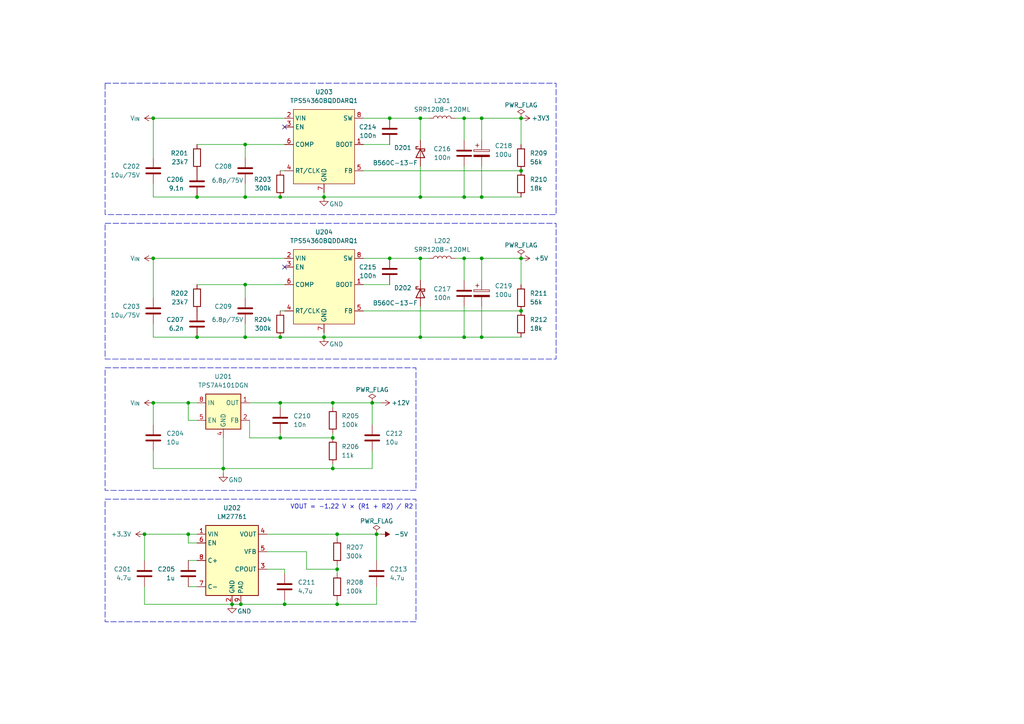
<source format=kicad_sch>
(kicad_sch (version 20250114) (generator "eeschema") (generator_version "9.0")
  (paper "A4")
  (title_block (title "Power supply - low level driver") (date "2024-06-28"))
  (lib_symbols
    (symbol "C_1" (pin_numbers (hide yes)) (pin_names (offset 0.254))
      (property "Reference" "C" (at 0.635 2.54 0))
      (property "Value" "C" (at 0.635 -2.54 0))
      (symbol "C_1_0_1"
        (polyline (pts (xy -2.032 0.762) (xy 2.032 0.762)) (stroke (width 0.508)))
        (polyline (pts (xy -2.032 -0.762) (xy 2.032 -0.762)) (stroke (width 0.508)))
      )
      (symbol "C_1_1_1"
        (pin passive line (at 0 3.81 270) (length 2.794) (name "~") (number "1"))
        (pin passive line (at 0 -3.81 90) (length 2.794) (name "~") (number "2"))
      )
    )
    (symbol "Device:C" (pin_numbers (hide yes)) (pin_names (offset 0.254))
      (property "Reference" "C" (at 0.635 2.54 0))
      (property "Value" "C" (at 0.635 -2.54 0))
      (symbol "C_0_1"
        (polyline (pts (xy -2.032 0.762) (xy 2.032 0.762)) (stroke (width 0.508)))
        (polyline (pts (xy -2.032 -0.762) (xy 2.032 -0.762)) (stroke (width 0.508)))
      )
      (symbol "C_1_1"
        (pin passive line (at 0 3.81 270) (length 2.794) (name "~") (number "1"))
        (pin passive line (at 0 -3.81 90) (length 2.794) (name "~") (number "2"))
      )
    )
    (symbol "Device:C_Polarized" (pin_numbers (hide yes)) (pin_names (offset 0.254))
      (property "Reference" "C" (at 0.635 2.54 0))
      (property "Value" "C_Polarized" (at 0.635 -2.54 0))
      (symbol "C_Polarized_0_1"
        (rectangle (start -2.286 0.508) (end 2.286 1.016))
        (polyline (pts (xy -1.778 2.286) (xy -0.762 2.286)))
        (polyline (pts (xy -1.27 2.794) (xy -1.27 1.778)))
        (rectangle (start 2.286 -0.508) (end -2.286 -1.016) (fill (type outline)))
      )
      (symbol "C_Polarized_1_1"
        (pin passive line (at 0 3.81 270) (length 2.794) (name "~") (number "1"))
        (pin passive line (at 0 -3.81 90) (length 2.794) (name "~") (number "2"))
      )
    )
    (symbol "Device:D_Schottky" (pin_numbers (hide yes)) (pin_names (offset 1.016) (hide yes))
      (property "Reference" "D" (at 0 2.54 0))
      (property "Value" "D_Schottky" (at 0 -2.54 0))
      (symbol "D_Schottky_0_1"
        (polyline (pts (xy -1.905 0.635) (xy -1.905 1.27) (xy -1.27 1.27) (xy -1.27 -1.27) (xy -0.635 -1.27) (xy -0.635 -0.635)) (stroke (width 0.254)))
        (polyline (pts (xy 1.27 1.27) (xy 1.27 -1.27) (xy -1.27 0) (xy 1.27 1.27)) (stroke (width 0.254)))
        (polyline (pts (xy 1.27 0) (xy -1.27 0)))
      )
      (symbol "D_Schottky_1_1"
        (pin passive line (at -3.81 0 0) (length 2.54) (name "K") (number "1"))
        (pin passive line (at 3.81 0 180) (length 2.54) (name "A") (number "2"))
      )
    )
    (symbol "Device:L" (pin_numbers (hide yes)) (pin_names (offset 1.016) (hide yes))
      (property "Reference" "L" (at -1.27 0 90))
      (property "Value" "L" (at 1.905 0 90))
      (symbol "L_0_1"
        (arc (start 0 2.54) (mid 0.6323 1.905) (end 0 1.27))
        (arc (start 0 1.27) (mid 0.6323 0.635) (end 0 0))
        (arc (start 0 0) (mid 0.6323 -0.635) (end 0 -1.27))
        (arc (start 0 -1.27) (mid 0.6323 -1.905) (end 0 -2.54))
      )
      (symbol "L_1_1"
        (pin passive line (at 0 3.81 270) (length 1.27) (name "1") (number "1"))
        (pin passive line (at 0 -3.81 90) (length 1.27) (name "2") (number "2"))
      )
    )
    (symbol "Device:R" (pin_numbers (hide yes)) (pin_names (offset 0))
      (property "Reference" "R" (at 2.032 0 90))
      (property "Value" "R" (at 0 0 90))
      (symbol "R_0_1"
        (rectangle (start -1.016 -2.54) (end 1.016 2.54) (stroke (width 0.254)))
      )
      (symbol "R_1_1"
        (pin passive line (at 0 3.81 270) (length 1.27) (name "~") (number "1"))
        (pin passive line (at 0 -3.81 90) (length 1.27) (name "~") (number "2"))
      )
    )
    (symbol "Power_source:TPS54360B-Q1"
      (property "Reference" "U" (at -8.382 14.224 0))
      (property "Value" "TPS54360BQDDARQ1" (at 0.762 11.938 0))
      (symbol "TPS54360B-Q1_0_0"
        (pin power_in line (at -11.43 7.62 0) (length 2.54) (name "VIN") (number "2"))
        (pin input line (at -11.43 5.08 0) (length 2.54) (name "EN") (number "3"))
        (pin output line (at -11.43 0 0) (length 2.54) (name "COMP") (number "6"))
        (pin input line (at -11.43 -7.62 0) (length 2.54) (name "RT/CLK") (number "4"))
        (pin passive line (at 0 -13.97 90) (length 2.54) (name "GND") (number "7"))
        (pin passive line (at 0 -13.97 90) (length 2.54) (hide yes) (name "Thermal_Pad") (number "9"))
        (pin power_out line (at 11.43 7.62 180) (length 2.54) (name "SW") (number "8"))
        (pin output line (at 11.43 0 180) (length 2.54) (name "BOOT") (number "1"))
        (pin input line (at 11.43 -7.62 180) (length 2.54) (name "FB") (number "5"))
      )
      (symbol "TPS54360B-Q1_0_1"
        (rectangle (start -8.89 10.16) (end 8.89 -11.43) (fill (type background)))
      )
    )
    (symbol "Power_supply:V_{IN}" (power) (pin_numbers (hide yes)) (pin_names (offset 0) (hide yes))
      (property "Value" "V_{IN}" (at 0 3.556 0))
      (symbol "V_{IN}_0_1"
        (polyline (pts (xy -0.762 1.27) (xy 0 2.54)))
        (polyline (pts (xy 0 2.54) (xy 0.762 1.27)))
        (polyline (pts (xy 0 0) (xy 0 2.54)))
      )
      (symbol "V_{IN}_1_1"
        (pin power_in line (at 0 0 90) (length 0) (name "~") (number "1"))
      )
    )
    (symbol "Regulator_Linear:TPS7A4101DGN"
      (property "Reference" "U" (at -5.08 -6.35 0))
      (property "Value" "TPS7A4101DGN" (at 1.27 -6.35 0))
      (symbol "TPS7A4101DGN_0_1"
        (rectangle (start -5.08 5.08) (end 5.08 -5.08) (stroke (width 0.254)) (fill (type background)))
      )
      (symbol "TPS7A4101DGN_1_0"
        (pin power_in line (at -7.62 2.54 0) (length 2.54) (name "IN") (number "8"))
        (pin no_connect line (at -5.08 0 0) (length 2.54) (hide yes) (name "NC") (number "3"))
        (pin no_connect line (at 0 5.08 270) (length 2.54) (hide yes) (name "NC") (number "7"))
        (pin passive line (at 0 -7.62 90) (length 2.54) (hide yes) (name "GND") (number "9"))
        (pin no_connect line (at 5.08 0 180) (length 2.54) (hide yes) (name "NC") (number "6"))
      )
      (symbol "TPS7A4101DGN_1_1"
        (pin input line (at -7.62 -2.54 0) (length 2.54) (name "EN") (number "5"))
        (pin power_in line (at 0 -7.62 90) (length 2.54) (name "GND") (number "4"))
        (pin power_out line (at 7.62 2.54 180) (length 2.54) (name "OUT") (number "1"))
        (pin input line (at 7.62 -2.54 180) (length 2.54) (name "FB") (number "2"))
      )
    )
    (symbol "Regulator_SwitchedCapacitor:LM27761"
      (property "Reference" "U" (at -6.35 11.43 0))
      (property "Value" "LM27761" (at 3.302 11.43 0))
      (symbol "LM27761_0_1"
        (rectangle (start -7.62 10.16) (end 7.62 -10.16) (stroke (width 0.254)) (fill (type background)))
      )
      (symbol "LM27761_1_1"
        (pin power_in line (at -10.16 7.62 0) (length 2.54) (name "VIN") (number "1"))
        (pin input line (at -10.16 5.08 0) (length 2.54) (name "EN") (number "6"))
        (pin passive line (at -10.16 0 0) (length 2.54) (name "C+") (number "8"))
        (pin passive line (at -10.16 -7.62 0) (length 2.54) (name "C-") (number "7"))
        (pin power_in line (at 0 -12.7 90) (length 2.54) (name "GND") (number "2"))
        (pin power_in line (at 2.54 -12.7 90) (length 2.54) (name "PAD") (number "9"))
        (pin power_out line (at 10.16 7.62 180) (length 2.54) (name "VOUT") (number "4"))
        (pin input line (at 10.16 2.54 180) (length 2.54) (name "VFB") (number "5"))
        (pin power_out line (at 10.16 -2.54 180) (length 2.54) (name "CPOUT") (number "3"))
      )
    )
    (symbol "power:+12V" (power) (pin_names (offset 0))
      (property "Value" "+12V" (at 0 3.556 0))
      (symbol "+12V_0_1"
        (polyline (pts (xy -0.762 1.27) (xy 0 2.54)))
        (polyline (pts (xy 0 2.54) (xy 0.762 1.27)))
        (polyline (pts (xy 0 0) (xy 0 2.54)))
      )
      (symbol "+12V_1_1"
        (pin power_in line (at 0 0 90) (length 0) (hide yes) (name "+12V") (number "1"))
      )
    )
    (symbol "power:+3.3V" (power) (pin_numbers (hide yes)) (pin_names (offset 0) (hide yes))
      (property "Value" "+3.3V" (at 0 3.556 0))
      (symbol "+3.3V_0_1"
        (polyline (pts (xy -0.762 1.27) (xy 0 2.54)))
        (polyline (pts (xy 0 2.54) (xy 0.762 1.27)))
        (polyline (pts (xy 0 0) (xy 0 2.54)))
      )
      (symbol "+3.3V_1_1"
        (pin power_in line (at 0 0 90) (length 0) (name "~") (number "1"))
      )
    )
    (symbol "power:+3V3" (power) (pin_names (offset 0))
      (property "Value" "+3V3" (at 0 3.556 0))
      (symbol "+3V3_0_1"
        (polyline (pts (xy -0.762 1.27) (xy 0 2.54)))
        (polyline (pts (xy 0 2.54) (xy 0.762 1.27)))
        (polyline (pts (xy 0 0) (xy 0 2.54)))
      )
      (symbol "+3V3_1_1"
        (pin power_in line (at 0 0 90) (length 0) (hide yes) (name "+3V3") (number "1"))
      )
    )
    (symbol "power:+5V" (power) (pin_numbers (hide yes)) (pin_names (offset 0) (hide yes))
      (property "Value" "+5V" (at 0 3.556 0))
      (symbol "+5V_0_1"
        (polyline (pts (xy -0.762 1.27) (xy 0 2.54)))
        (polyline (pts (xy 0 2.54) (xy 0.762 1.27)))
        (polyline (pts (xy 0 0) (xy 0 2.54)))
      )
      (symbol "+5V_1_1"
        (pin power_in line (at 0 0 90) (length 0) (name "~") (number "1"))
      )
    )
    (symbol "power:-5V" (power) (pin_numbers (hide yes)) (pin_names (offset 0) (hide yes))
      (property "Value" "-5V" (at 0 3.556 0))
      (symbol "-5V_0_0"
        (pin power_in line (at 0 0 90) (length 0) (name "~") (number "1"))
      )
      (symbol "-5V_0_1"
        (polyline (pts (xy 0 0) (xy 0 1.27) (xy 0.762 1.27) (xy 0 2.54) (xy -0.762 1.27) (xy 0 1.27)) (fill (type outline)))
      )
    )
    (symbol "power:GND" (power) (pin_numbers (hide yes)) (pin_names (offset 0) (hide yes))
      (property "Value" "GND" (at 0 -3.81 0))
      (symbol "GND_0_1"
        (polyline (pts (xy 0 0) (xy 0 -1.27) (xy 1.27 -1.27) (xy 0 -2.54) (xy -1.27 -1.27) (xy 0 -1.27)))
      )
      (symbol "GND_1_1"
        (pin power_in line (at 0 0 270) (length 0) (name "~") (number "1"))
      )
    )
    (symbol "power:PWR_FLAG" (power) (pin_numbers (hide yes)) (pin_names (offset 0) (hide yes))
      (property "Value" "PWR_FLAG" (at 0 3.81 0))
      (symbol "PWR_FLAG_0_0"
        (pin power_out line (at 0 0 90) (length 0) (name "pwr") (number "1"))
      )
      (symbol "PWR_FLAG_0_1"
        (polyline (pts (xy 0 0) (xy 0 1.27) (xy -1.016 1.905) (xy 0 2.54) (xy 1.016 1.905) (xy 0 1.27)))
      )
    )
  )
  (rectangle (start 30.48 24.13) (end 161.29 62.23) (stroke (width 0) (type dash)))
  (rectangle (start 30.48 64.77) (end 161.29 104.14) (stroke (width 0) (type dash)))
  (rectangle (start 30.48 106.68) (end 120.65 142.24) (stroke (width 0) (type dash)))
  (rectangle (start 30.48 144.78) (end 120.65 180.34) (stroke (width 0) (type dash)))
  (text "VOUT = -1.22 V × (R1 + R2) / R2" (at 119.888 147.066 0) (effects (font (size 1.27 1.27)) (justify right)))
  (junction (at 69.85 175.26))
  (junction (at 82.55 175.26))
  (junction (at 96.52 135.89))
  (junction (at 57.15 57.15))
  (junction (at 97.79 154.94))
  (junction (at 54.61 116.84))
  (junction (at 139.7 34.29))
  (junction (at 107.95 116.84))
  (junction (at 151.13 49.53))
  (junction (at 121.92 57.15))
  (junction (at 113.03 74.93))
  (junction (at 71.12 41.91))
  (junction (at 54.61 154.94))
  (junction (at 81.28 127))
  (junction (at 96.52 127))
  (junction (at 71.12 82.55))
  (junction (at 134.62 97.79))
  (junction (at 97.79 175.26))
  (junction (at 109.22 154.94))
  (junction (at 81.28 57.15))
  (junction (at 41.91 154.94))
  (junction (at 134.62 34.29))
  (junction (at 151.13 34.29))
  (junction (at 113.03 34.29))
  (junction (at 97.79 165.1))
  (junction (at 139.7 74.93))
  (junction (at 64.77 135.89))
  (junction (at 151.13 90.17))
  (junction (at 134.62 74.93))
  (junction (at 93.98 97.79))
  (junction (at 151.13 74.93))
  (junction (at 139.7 97.79))
  (junction (at 71.12 97.79))
  (junction (at 81.28 97.79))
  (junction (at 134.62 57.15))
  (junction (at 81.28 116.84))
  (junction (at 44.45 116.84))
  (junction (at 139.7 57.15))
  (junction (at 121.92 34.29))
  (junction (at 121.92 74.93))
  (junction (at 67.31 175.26))
  (junction (at 96.52 116.84))
  (junction (at 44.45 34.29))
  (junction (at 44.45 74.93))
  (junction (at 57.15 97.79))
  (junction (at 121.92 97.79))
  (junction (at 93.98 57.15))
  (junction (at 71.12 57.15))
  (no_connect (at 82.55 36.83))
  (no_connect (at 82.55 77.47))
  (wire (pts (xy 134.62 34.29) (xy 139.7 34.29)))
  (wire (pts (xy 57.15 82.55) (xy 71.12 82.55)))
  (wire (pts (xy 139.7 97.79) (xy 151.13 97.79)))
  (wire (pts (xy 41.91 154.94) (xy 41.91 162.56)))
  (wire (pts (xy 97.79 165.1) (xy 97.79 166.37)))
  (wire (pts (xy 54.61 170.18) (xy 57.15 170.18)))
  (wire (pts (xy 151.13 41.91) (xy 151.13 34.29)))
  (wire (pts (xy 139.7 74.93) (xy 151.13 74.93)))
  (wire (pts (xy 64.77 135.89) (xy 64.77 127)))
  (wire (pts (xy 54.61 116.84) (xy 57.15 116.84)))
  (wire (pts (xy 57.15 97.79) (xy 71.12 97.79)))
  (wire (pts (xy 72.39 127) (xy 81.28 127)))
  (wire (pts (xy 44.45 93.98) (xy 44.45 97.79)))
  (wire (pts (xy 64.77 135.89) (xy 96.52 135.89)))
  (wire (pts (xy 54.61 121.92) (xy 54.61 116.84)))
  (wire (pts (xy 151.13 82.55) (xy 151.13 74.93)))
  (wire (pts (xy 113.03 34.29) (xy 121.92 34.29)))
  (wire (pts (xy 107.95 130.81) (xy 107.95 135.89)))
  (wire (pts (xy 132.08 74.93) (xy 134.62 74.93)))
  (wire (pts (xy 109.22 154.94) (xy 110.49 154.94)))
  (wire (pts (xy 134.62 74.93) (xy 139.7 74.93)))
  (wire (pts (xy 44.45 53.34) (xy 44.45 57.15)))
  (wire (pts (xy 71.12 41.91) (xy 82.55 41.91)))
  (wire (pts (xy 44.45 116.84) (xy 54.61 116.84)))
  (wire (pts (xy 109.22 154.94) (xy 109.22 162.56)))
  (wire (pts (xy 93.98 57.15) (xy 93.98 55.88)))
  (wire (pts (xy 88.9 160.02) (xy 88.9 165.1)))
  (wire (pts (xy 105.41 34.29) (xy 113.03 34.29)))
  (wire (pts (xy 82.55 165.1) (xy 82.55 166.37)))
  (wire (pts (xy 41.91 175.26) (xy 67.31 175.26)))
  (wire (pts (xy 139.7 74.93) (xy 139.7 81.28)))
  (wire (pts (xy 41.91 170.18) (xy 41.91 175.26)))
  (wire (pts (xy 44.45 116.84) (xy 44.45 123.19)))
  (wire (pts (xy 105.41 82.55) (xy 113.03 82.55)))
  (wire (pts (xy 81.28 116.84) (xy 96.52 116.84)))
  (wire (pts (xy 121.92 48.26) (xy 121.92 57.15)))
  (wire (pts (xy 139.7 34.29) (xy 139.7 40.64)))
  (wire (pts (xy 81.28 116.84) (xy 81.28 118.11)))
  (wire (pts (xy 44.45 34.29) (xy 44.45 45.72)))
  (wire (pts (xy 96.52 125.73) (xy 96.52 127)))
  (wire (pts (xy 107.95 116.84) (xy 96.52 116.84)))
  (wire (pts (xy 93.98 57.15) (xy 121.92 57.15)))
  (wire (pts (xy 71.12 41.91) (xy 71.12 45.72)))
  (wire (pts (xy 105.41 41.91) (xy 113.03 41.91)))
  (wire (pts (xy 44.45 74.93) (xy 82.55 74.93)))
  (wire (pts (xy 97.79 163.83) (xy 97.79 165.1)))
  (wire (pts (xy 54.61 162.56) (xy 57.15 162.56)))
  (wire (pts (xy 105.41 90.17) (xy 151.13 90.17)))
  (wire (pts (xy 121.92 88.9) (xy 121.92 97.79)))
  (wire (pts (xy 107.95 135.89) (xy 96.52 135.89)))
  (wire (pts (xy 57.15 41.91) (xy 71.12 41.91)))
  (wire (pts (xy 139.7 57.15) (xy 151.13 57.15)))
  (wire (pts (xy 134.62 34.29) (xy 134.62 40.64)))
  (wire (pts (xy 77.47 154.94) (xy 97.79 154.94)))
  (wire (pts (xy 88.9 165.1) (xy 97.79 165.1)))
  (wire (pts (xy 93.98 97.79) (xy 121.92 97.79)))
  (wire (pts (xy 121.92 97.79) (xy 134.62 97.79)))
  (wire (pts (xy 97.79 173.99) (xy 97.79 175.26)))
  (wire (pts (xy 107.95 123.19) (xy 107.95 116.84)))
  (wire (pts (xy 97.79 154.94) (xy 109.22 154.94)))
  (wire (pts (xy 109.22 170.18) (xy 109.22 175.26)))
  (wire (pts (xy 113.03 74.93) (xy 121.92 74.93)))
  (wire (pts (xy 134.62 88.9) (xy 134.62 97.79)))
  (wire (pts (xy 71.12 97.79) (xy 81.28 97.79)))
  (wire (pts (xy 97.79 154.94) (xy 97.79 156.21)))
  (wire (pts (xy 44.45 135.89) (xy 64.77 135.89)))
  (wire (pts (xy 107.95 116.84) (xy 110.49 116.84)))
  (wire (pts (xy 81.28 90.17) (xy 82.55 90.17)))
  (wire (pts (xy 139.7 34.29) (xy 151.13 34.29)))
  (wire (pts (xy 96.52 134.62) (xy 96.52 135.89)))
  (wire (pts (xy 41.91 154.94) (xy 54.61 154.94)))
  (wire (pts (xy 81.28 127) (xy 96.52 127)))
  (wire (pts (xy 57.15 121.92) (xy 54.61 121.92)))
  (wire (pts (xy 71.12 53.34) (xy 71.12 57.15)))
  (wire (pts (xy 139.7 57.15) (xy 134.62 57.15)))
  (wire (pts (xy 134.62 74.93) (xy 134.62 81.28)))
  (wire (pts (xy 71.12 82.55) (xy 82.55 82.55)))
  (wire (pts (xy 124.46 34.29) (xy 121.92 34.29)))
  (wire (pts (xy 64.77 137.16) (xy 64.77 135.89)))
  (wire (pts (xy 105.41 49.53) (xy 151.13 49.53)))
  (wire (pts (xy 121.92 81.28) (xy 121.92 74.93)))
  (wire (pts (xy 124.46 74.93) (xy 121.92 74.93)))
  (wire (pts (xy 81.28 125.73) (xy 81.28 127)))
  (wire (pts (xy 139.7 48.26) (xy 139.7 57.15)))
  (wire (pts (xy 57.15 57.15) (xy 71.12 57.15)))
  (wire (pts (xy 139.7 97.79) (xy 134.62 97.79)))
  (wire (pts (xy 121.92 40.64) (xy 121.92 34.29)))
  (wire (pts (xy 132.08 34.29) (xy 134.62 34.29)))
  (wire (pts (xy 72.39 116.84) (xy 81.28 116.84)))
  (wire (pts (xy 72.39 121.92) (xy 72.39 127)))
  (wire (pts (xy 57.15 157.48) (xy 54.61 157.48)))
  (wire (pts (xy 96.52 118.11) (xy 96.52 116.84)))
  (wire (pts (xy 105.41 74.93) (xy 113.03 74.93)))
  (wire (pts (xy 44.45 130.81) (xy 44.45 135.89)))
  (wire (pts (xy 93.98 97.79) (xy 93.98 96.52)))
  (wire (pts (xy 121.92 57.15) (xy 134.62 57.15)))
  (wire (pts (xy 97.79 175.26) (xy 82.55 175.26)))
  (wire (pts (xy 44.45 97.79) (xy 57.15 97.79)))
  (wire (pts (xy 69.85 175.26) (xy 82.55 175.26)))
  (wire (pts (xy 77.47 165.1) (xy 82.55 165.1)))
  (wire (pts (xy 81.28 49.53) (xy 82.55 49.53)))
  (wire (pts (xy 81.28 97.79) (xy 93.98 97.79)))
  (wire (pts (xy 109.22 175.26) (xy 97.79 175.26)))
  (wire (pts (xy 44.45 34.29) (xy 82.55 34.29)))
  (wire (pts (xy 82.55 173.99) (xy 82.55 175.26)))
  (wire (pts (xy 71.12 82.55) (xy 71.12 86.36)))
  (wire (pts (xy 54.61 154.94) (xy 57.15 154.94)))
  (wire (pts (xy 54.61 157.48) (xy 54.61 154.94)))
  (wire (pts (xy 77.47 160.02) (xy 88.9 160.02)))
  (wire (pts (xy 134.62 48.26) (xy 134.62 57.15)))
  (wire (pts (xy 71.12 57.15) (xy 81.28 57.15)))
  (wire (pts (xy 67.31 175.26) (xy 69.85 175.26)))
  (wire (pts (xy 44.45 74.93) (xy 44.45 86.36)))
  (wire (pts (xy 44.45 57.15) (xy 57.15 57.15)))
  (wire (pts (xy 139.7 88.9) (xy 139.7 97.79)))
  (wire (pts (xy 71.12 93.98) (xy 71.12 97.79)))
  (wire (pts (xy 81.28 57.15) (xy 93.98 57.15)))
  (symbol (lib_id "Device:C") (at 81.28 121.92 0) (unit 1)
    (property "Reference" "C210" (at 85.09 120.6499 0) (effects (justify left)))
    (property "Value" "10n" (at 85.09 123.1899 0) (effects (justify left)))
  )
  (symbol (lib_id "power:+3V3") (at 151.13 34.29 270) (mirror x) (unit 1)
    (property "Reference" "#PWR0211" (effects (hide yes)))
    (property "Value" "+3V3" (at 156.845 34.29 90))
  )
  (symbol (lib_id "Power_supply:V_{IN}") (at 44.45 34.29 90) (unit 1)
    (property "Reference" "#PWR0202" (effects (hide yes)))
    (property "Value" "V_{IN}" (at 40.64 34.2899 90) (effects (justify left)))
    (property "Description" "Power symbol creates a global label with name {dblquote}V_{IN}{dblquote}" (effects (hide yes)))
  )
  (symbol (lib_id "Device:R") (at 81.28 93.98 0) (mirror y) (unit 1)
    (property "Reference" "R204" (at 78.74 92.7099 0) (effects (justify left)))
    (property "Value" "300k" (at 78.74 95.2499 0) (effects (justify left)))
  )
  (symbol (lib_id "Device:C") (at 54.61 166.37 0) (mirror y) (unit 1)
    (property "Reference" "C205" (at 50.8 165.0999 0) (effects (justify left)))
    (property "Value" "1u" (at 50.8 167.6399 0) (effects (justify left)))
  )
  (symbol (lib_id "Device:C") (at 44.45 49.53 0) (mirror y) (unit 1)
    (property "Reference" "C202" (at 40.64 48.2599 0) (effects (justify left)))
    (property "Value" "10u/75V" (at 40.64 50.7999 0) (effects (justify left)))
  )
  (symbol (lib_id "Device:C") (at 41.91 166.37 0) (mirror y) (unit 1)
    (property "Reference" "C201" (at 38.1 165.0999 0) (effects (justify left)))
    (property "Value" "4.7u" (at 38.1 167.6399 0) (effects (justify left)))
  )
  (symbol (lib_id "Power_source:TPS54360B-Q1") (at 93.98 41.91 0) (unit 1)
    (property "Reference" "U203" (at 93.98 26.67 0))
    (property "Value" "TPS54360BQDDARQ1" (at 93.98 29.21 0))
    (property "Footprint" "Package_SO:Texas_R-PDSO-G8_EP2.95x4.9mm_Mask2.4x3.1mm_ThermalVias" (effects (hide yes)))
    (property "Datasheet" "https://www.ti.com/lit/ds/symlink/tps54360b-q1.pdf?ts=1719760487266&ref_url=https%253A%252F%252Fcz.mouser.com%252F" (effects (hide yes)))
  )
  (symbol (lib_id "Regulator_Linear:TPS7A4101DGN") (at 64.77 119.38 0) (unit 1)
    (property "Reference" "U201" (at 64.77 109.22 0))
    (property "Value" "TPS7A4101DGN" (at 64.77 111.76 0))
    (property "Footprint" "Package_SO:Texas_DGN0008B_VSSOP-8-1EP_3x3mm_P0.65mm_EP2x3mm_Mask1.88x1.98mm_ThermalVias" (effects (hide yes)))
    (property "Datasheet" "https://www.ti.com/lit/ds/symlink/tps7a4101.pdf" (effects (hide yes)))
    (property "Description" "High voltage low-dropout linear regulator, 7V to 50 VIn, 1.175V to 48V output, 50mA, MSOP-8-EP" (effects (hide yes)))
  )
  (symbol (lib_id "power:PWR_FLAG") (at 107.95 116.84 0) (unit 1)
    (property "Reference" "#FLG0201" (effects (hide yes)))
    (property "Value" "PWR_FLAG" (at 107.95 113.03 0))
  )
  (symbol (lib_id "power:GND") (at 93.98 57.15 0) (unit 1)
    (property "Reference" "#PWR0207" (effects (hide yes)))
    (property "Value" "GND" (at 97.536 59.182 0))
    (property "Description" "Power symbol creates a global label with name \"GND\" , ground" (effects (hide yes)))
  )
  (symbol (lib_id "Device:R") (at 151.13 86.36 0) (unit 1)
    (property "Reference" "R211" (at 153.67 85.0899 0) (effects (justify left)))
    (property "Value" "56k" (at 153.67 87.6299 0) (effects (justify left)))
  )
  (symbol (lib_id "Power_supply:V_{IN}") (at 44.45 74.93 90) (unit 1)
    (property "Reference" "#PWR0203" (effects (hide yes)))
    (property "Value" "V_{IN}" (at 40.64 74.9299 90) (effects (justify left)))
    (property "Description" "Power symbol creates a global label with name {dblquote}V_{IN}{dblquote}" (effects (hide yes)))
  )
  (symbol (lib_name "C_1") (lib_id "Device:C") (at 71.12 90.17 0) (mirror y) (unit 1)
    (property "Reference" "C209" (at 67.31 88.8999 0) (effects (justify left)))
    (property "Value" "6.8p/75V" (at 70.612 92.71 0) (effects (justify left)))
  )
  (symbol (lib_name "C_1") (lib_id "Device:C") (at 57.15 53.34 0) (mirror y) (unit 1)
    (property "Reference" "C206" (at 53.34 52.0699 0) (effects (justify left)))
    (property "Value" "9.1n" (at 53.34 54.6099 0) (effects (justify left)))
  )
  (symbol (lib_id "Device:R") (at 97.79 160.02 0) (unit 1)
    (property "Reference" "R207" (at 100.33 158.7499 0) (effects (justify left)))
    (property "Value" "300k" (at 100.33 161.2899 0) (effects (justify left)))
  )
  (symbol (lib_id "Device:R") (at 151.13 45.72 0) (unit 1)
    (property "Reference" "R209" (at 153.67 44.4499 0) (effects (justify left)))
    (property "Value" "56k" (at 153.67 46.9899 0) (effects (justify left)))
  )
  (symbol (lib_id "Device:C") (at 109.22 166.37 0) (unit 1)
    (property "Reference" "C213" (at 113.03 165.0999 0) (effects (justify left)))
    (property "Value" "4.7u" (at 113.03 167.6399 0) (effects (justify left)))
  )
  (symbol (lib_id "Device:R") (at 151.13 93.98 0) (unit 1)
    (property "Reference" "R212" (at 153.67 92.7099 0) (effects (justify left)))
    (property "Value" "18k" (at 153.67 95.2499 0) (effects (justify left)))
  )
  (symbol (lib_name "C_1") (lib_id "Device:C") (at 71.12 49.53 0) (mirror y) (unit 1)
    (property "Reference" "C208" (at 67.31 48.2599 0) (effects (justify left)))
    (property "Value" "6.8p/75V" (at 70.612 52.324 0) (effects (justify left)))
  )
  (symbol (lib_id "Device:D_Schottky") (at 121.92 44.45 90) (mirror x) (unit 1)
    (property "Reference" "D201" (at 119.38 42.8624 90) (effects (justify left)))
    (property "Value" "B560C-13-F" (at 121.158 47.244 90) (effects (justify left)))
    (property "Description" "Schottky diode" (effects (hide yes)))
  )
  (symbol (lib_id "Device:R") (at 81.28 53.34 0) (mirror y) (unit 1)
    (property "Reference" "R203" (at 78.74 52.0699 0) (effects (justify left)))
    (property "Value" "300k" (at 78.74 54.6099 0) (effects (justify left)))
  )
  (symbol (lib_id "Device:R") (at 97.79 170.18 0) (unit 1)
    (property "Reference" "R208" (at 100.33 168.9099 0) (effects (justify left)))
    (property "Value" "100k" (at 100.33 171.4499 0) (effects (justify left)))
  )
  (symbol (lib_name "C_1") (lib_id "Device:C") (at 134.62 85.09 0) (mirror y) (unit 1)
    (property "Reference" "C217" (at 130.81 83.8199 0) (effects (justify left)))
    (property "Value" "100n" (at 130.81 86.3599 0) (effects (justify left)))
  )
  (symbol (lib_id "Device:D_Schottky") (at 121.92 85.09 90) (mirror x) (unit 1)
    (property "Reference" "D202" (at 119.38 83.5024 90) (effects (justify left)))
    (property "Value" "B560C-13-F" (at 121.158 87.884 90) (effects (justify left)))
    (property "Description" "Schottky diode" (effects (hide yes)))
  )
  (symbol (lib_id "Device:R") (at 96.52 130.81 0) (unit 1)
    (property "Reference" "R206" (at 99.06 129.5399 0) (effects (justify left)))
    (property "Value" "11k" (at 99.06 132.0799 0) (effects (justify left)))
  )
  (symbol (lib_id "Power_source:TPS54360B-Q1") (at 93.98 82.55 0) (unit 1)
    (property "Reference" "U204" (at 93.98 67.31 0))
    (property "Value" "TPS54360BQDDARQ1" (at 93.98 69.85 0))
    (property "Footprint" "Package_SO:Texas_R-PDSO-G8_EP2.95x4.9mm_Mask2.4x3.1mm_ThermalVias" (effects (hide yes)))
    (property "Datasheet" "https://www.ti.com/lit/ds/symlink/tps54360b-q1.pdf?ts=1719760487266&ref_url=https%253A%252F%252Fcz.mouser.com%252F" (effects (hide yes)))
  )
  (symbol (lib_id "power:PWR_FLAG") (at 151.13 74.93 0) (unit 1)
    (property "Reference" "#FLG0204" (effects (hide yes)))
    (property "Value" "PWR_FLAG" (at 151.13 71.12 0))
  )
  (symbol (lib_name "C_1") (lib_id "Device:C") (at 134.62 44.45 0) (mirror y) (unit 1)
    (property "Reference" "C216" (at 130.81 43.1799 0) (effects (justify left)))
    (property "Value" "100n" (at 130.81 45.7199 0) (effects (justify left)))
  )
  (symbol (lib_id "Regulator_SwitchedCapacitor:LM27761") (at 67.31 162.56 0) (unit 1)
    (property "Reference" "U202" (at 67.31 147.32 0))
    (property "Value" "LM27761" (at 67.31 149.86 0))
    (property "Footprint" "Package_SON:WSON-8-1EP_2x2mm_P0.5mm_EP0.9x1.6mm" (effects (hide yes)))
    (property "Datasheet" "http://www.ti.com/lit/ds/symlink/lm27761.pdf" (effects (hide yes)))
    (property "Description" "low-noise regulated switched-capacitor voltage inverter with 2.7V-5.5V input to -1.5 to -5V Output Voltage, WSON-8" (effects (hide yes)))
  )
  (symbol (lib_id "power:GND") (at 64.77 137.16 0) (unit 1)
    (property "Reference" "#PWR0205" (effects (hide yes)))
    (property "Value" "GND" (at 68.326 139.192 0))
    (property "Description" "Power symbol creates a global label with name \"GND\" , ground" (effects (hide yes)))
  )
  (symbol (lib_name "C_1") (lib_id "Device:C") (at 82.55 170.18 0) (unit 1)
    (property "Reference" "C211" (at 86.36 168.9099 0) (effects (justify left)))
    (property "Value" "4.7u" (at 86.36 171.4499 0) (effects (justify left)))
  )
  (symbol (lib_id "power:PWR_FLAG") (at 151.13 34.29 0) (unit 1)
    (property "Reference" "#FLG0203" (effects (hide yes)))
    (property "Value" "PWR_FLAG" (at 151.13 30.48 0))
  )
  (symbol (lib_id "Device:R") (at 151.13 53.34 0) (unit 1)
    (property "Reference" "R210" (at 153.67 52.0699 0) (effects (justify left)))
    (property "Value" "18k" (at 153.67 54.6099 0) (effects (justify left)))
  )
  (symbol (lib_id "Device:C") (at 44.45 90.17 0) (mirror y) (unit 1)
    (property "Reference" "C203" (at 40.64 88.8999 0) (effects (justify left)))
    (property "Value" "10u/75V" (at 40.64 91.4399 0) (effects (justify left)))
  )
  (symbol (lib_id "Device:L") (at 128.27 74.93 270) (mirror x) (unit 1)
    (property "Reference" "L202" (at 128.27 69.85 90))
    (property "Value" "SRR1208-120ML" (at 128.27 72.39 90))
    (property "Description" "Inductor" (effects (hide yes)))
  )
  (symbol (lib_id "power:+3.3V") (at 41.91 154.94 90) (unit 1)
    (property "Reference" "#PWR0201" (effects (hide yes)))
    (property "Value" "+3.3V" (at 38.1 154.9399 90) (effects (justify left)))
    (property "Description" "Power symbol creates a global label with name \"+3.3V\"" (effects (hide yes)))
  )
  (symbol (lib_id "Device:R") (at 96.52 121.92 0) (unit 1)
    (property "Reference" "R205" (at 99.06 120.6499 0) (effects (justify left)))
    (property "Value" "100k" (at 99.06 123.1899 0) (effects (justify left)))
  )
  (symbol (lib_id "power:+12V") (at 110.49 116.84 270) (unit 1)
    (property "Reference" "#PWR0209" (effects (hide yes)))
    (property "Value" "+12V" (at 116.205 116.84 90))
  )
  (symbol (lib_id "Device:L") (at 128.27 34.29 270) (mirror x) (unit 1)
    (property "Reference" "L201" (at 128.27 29.21 90))
    (property "Value" "SRR1208-120ML" (at 128.27 31.75 90))
    (property "Description" "Inductor" (effects (hide yes)))
  )
  (symbol (lib_id "power:-5V") (at 110.49 154.94 270) (unit 1)
    (property "Reference" "#PWR0210" (effects (hide yes)))
    (property "Value" "-5V" (at 114.3 154.9399 90) (effects (justify left)))
    (property "Description" "Power symbol creates a global label with name \"-5V\"" (effects (hide yes)))
  )
  (symbol (lib_id "Device:R") (at 57.15 86.36 0) (mirror y) (unit 1)
    (property "Reference" "R202" (at 54.61 85.0899 0) (effects (justify left)))
    (property "Value" "23k7" (at 54.61 87.6299 0) (effects (justify left)))
  )
  (symbol (lib_id "Device:C_Polarized") (at 139.7 85.09 0) (unit 1)
    (property "Reference" "C219" (at 143.51 82.9309 0) (effects (justify left)))
    (property "Value" "100u" (at 143.51 85.4709 0) (effects (justify left)))
    (property "Description" "Polarized capacitor" (effects (hide yes)))
  )
  (symbol (lib_name "C_1") (lib_id "Device:C") (at 57.15 93.98 0) (mirror y) (unit 1)
    (property "Reference" "C207" (at 53.34 92.7099 0) (effects (justify left)))
    (property "Value" "6.2n" (at 53.34 95.2499 0) (effects (justify left)))
  )
  (symbol (lib_id "Device:C_Polarized") (at 139.7 44.45 0) (unit 1)
    (property "Reference" "C218" (at 143.51 42.2909 0) (effects (justify left)))
    (property "Value" "100u" (at 143.51 44.8309 0) (effects (justify left)))
    (property "Description" "Polarized capacitor" (effects (hide yes)))
  )
  (symbol (lib_id "Power_supply:V_{IN}") (at 44.45 116.84 90) (unit 1)
    (property "Reference" "#PWR0204" (effects (hide yes)))
    (property "Value" "V_{IN}" (at 40.64 116.8399 90) (effects (justify left)))
    (property "Description" "Power symbol creates a global label with name {dblquote}V_{IN}{dblquote}" (effects (hide yes)))
  )
  (symbol (lib_name "C_1") (lib_id "Device:C") (at 113.03 38.1 0) (mirror y) (unit 1)
    (property "Reference" "C214" (at 109.22 36.8299 0) (effects (justify left)))
    (property "Value" "100n" (at 109.22 39.3699 0) (effects (justify left)))
  )
  (symbol (lib_id "power:GND") (at 93.98 97.79 0) (unit 1)
    (property "Reference" "#PWR0208" (effects (hide yes)))
    (property "Value" "GND" (at 97.536 99.822 0))
    (property "Description" "Power symbol creates a global label with name \"GND\" , ground" (effects (hide yes)))
  )
  (symbol (lib_id "power:+5V") (at 151.13 74.93 270) (unit 1)
    (property "Reference" "#PWR0212" (effects (hide yes)))
    (property "Value" "+5V" (at 154.94 74.9299 90) (effects (justify left)))
    (property "Description" "Power symbol creates a global label with name \"+5V\"" (effects (hide yes)))
  )
  (symbol (lib_id "power:GND") (at 67.31 175.26 0) (unit 1)
    (property "Reference" "#PWR0206" (effects (hide yes)))
    (property "Value" "GND" (at 70.866 177.292 0))
    (property "Description" "Power symbol creates a global label with name \"GND\" , ground" (effects (hide yes)))
  )
  (symbol (lib_id "Device:C") (at 107.95 127 0) (unit 1)
    (property "Reference" "C212" (at 111.76 125.7299 0) (effects (justify left)))
    (property "Value" "10u" (at 111.76 128.2699 0) (effects (justify left)))
  )
  (symbol (lib_id "Device:C") (at 44.45 127 0) (unit 1)
    (property "Reference" "C204" (at 48.26 125.7299 0) (effects (justify left)))
    (property "Value" "10u" (at 48.26 128.2699 0) (effects (justify left)))
  )
  (symbol (lib_id "Device:R") (at 57.15 45.72 0) (mirror y) (unit 1)
    (property "Reference" "R201" (at 54.61 44.4499 0) (effects (justify left)))
    (property "Value" "23k7" (at 54.61 46.9899 0) (effects (justify left)))
  )
  (symbol (lib_name "C_1") (lib_id "Device:C") (at 113.03 78.74 0) (mirror y) (unit 1)
    (property "Reference" "C215" (at 109.22 77.4699 0) (effects (justify left)))
    (property "Value" "100n" (at 109.22 80.0099 0) (effects (justify left)))
  )
  (symbol (lib_id "power:PWR_FLAG") (at 109.22 154.94 0) (unit 1)
    (property "Reference" "#FLG0202" (effects (hide yes)))
    (property "Value" "PWR_FLAG" (at 109.22 151.13 0))
  )
)
</source>
